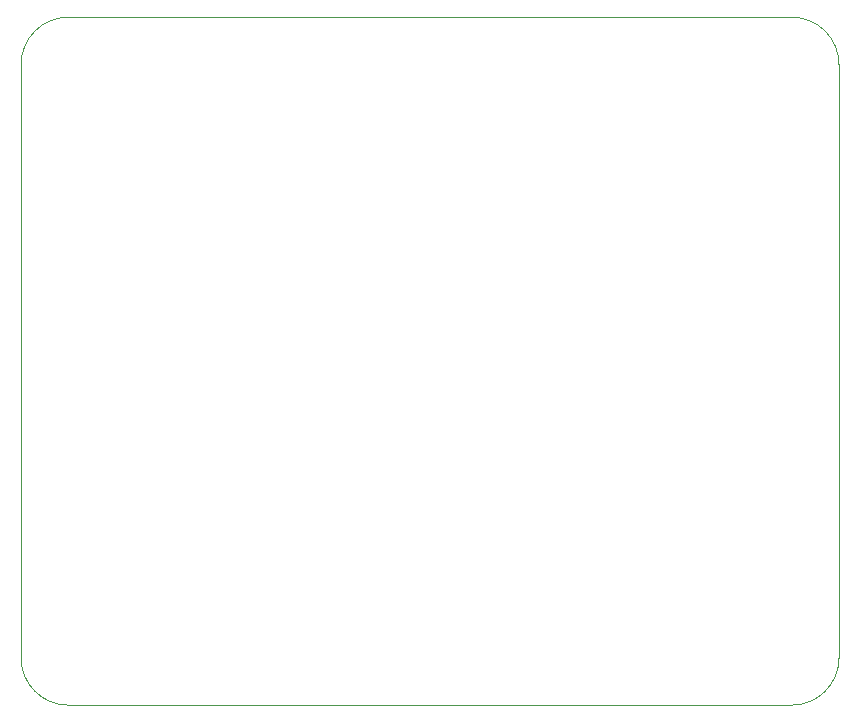
<source format=gbr>
%TF.GenerationSoftware,KiCad,Pcbnew,8.0.5*%
%TF.CreationDate,2025-05-09T00:08:28-04:00*%
%TF.ProjectId,precharge-electrium-f24,70726563-6861-4726-9765-2d656c656374,rev?*%
%TF.SameCoordinates,Original*%
%TF.FileFunction,Profile,NP*%
%FSLAX46Y46*%
G04 Gerber Fmt 4.6, Leading zero omitted, Abs format (unit mm)*
G04 Created by KiCad (PCBNEW 8.0.5) date 2025-05-09 00:08:28*
%MOMM*%
%LPD*%
G01*
G04 APERTURE LIST*
%TA.AperFunction,Profile*%
%ADD10C,0.100000*%
%TD*%
G04 APERTURE END LIST*
D10*
X115000000Y-91000000D02*
G75*
G02*
X119000000Y-87000000I4000000J0D01*
G01*
X180250000Y-87000000D02*
G75*
G02*
X184250000Y-91000000I0J-4000000D01*
G01*
X184250000Y-141250000D02*
G75*
G02*
X180250000Y-145250000I-4000000J0D01*
G01*
X184250000Y-91000000D02*
X184250000Y-141250000D01*
X119000000Y-145250000D02*
G75*
G02*
X115000000Y-141250000I0J4000000D01*
G01*
X180250000Y-145250000D02*
X119000000Y-145250000D01*
X119000000Y-87000000D02*
X180250000Y-87000000D01*
X115000000Y-141250000D02*
X115000000Y-91000000D01*
M02*

</source>
